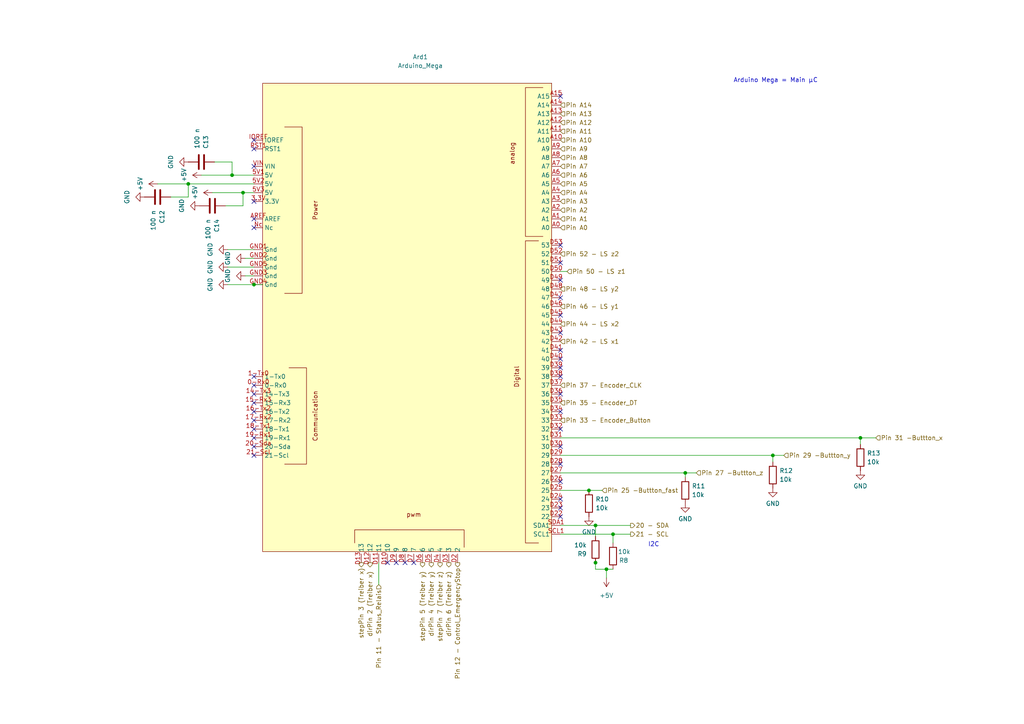
<source format=kicad_sch>
(kicad_sch (version 20231120) (generator "eeschema") (generator_version "8.0")
  (paper "A4")
  (lib_symbols
    (symbol "1_ProjectSpecific:Arduino_Mega"
      (property "Reference" "Ard1" (at 48.26 -6.35 0))
      (property "Value" "Arduino_Mega" (at 48.26 -8.89 0))
      (symbol "Arduino_Mega_0_0"
        (text "analog" (at 74.93 -34.29 900) (effects (font (size 1.27 1.27))))
        (text "Communication" (at 17.78 -110.49 900) (effects (font (size 1.27 1.27))))
        (text "Digital" (at 76.2 -99.06 900) (effects (font (size 1.27 1.27))))
        (text "Power" (at 17.78 -50.8 900) (effects (font (size 1.27 1.27))))
        (text "pwm" (at 46.355 -139.065 0) (effects (font (size 1.27 1.27))))
        (pin input line (at 0 -101.6 0) (length 2.54) (name "0-Rx0") (number "0-Rx0"))
        (pin input line (at 0 -99.06 0) (length 2.54) (name "1-Tx0") (number "1-Tx0"))
        (pin input line (at 0 -104.14 0) (length 2.54) (name "14-Tx3") (number "14-Tx3"))
        (pin input line (at 0 -106.68 0) (length 2.54) (name "15-Rx3") (number "15-Rx3"))
        (pin input line (at 0 -109.22 0) (length 2.54) (name "16-Tx2") (number "16-Tx2"))
        (pin input line (at 0 -111.76 0) (length 2.54) (name "17-Rx2") (number "17-Rx2"))
        (pin input line (at 0 -114.3 0) (length 2.54) (name "18-Tx1") (number "18-Tx1"))
        (pin input line (at 0 -116.84 0) (length 2.54) (name "19-Rx1") (number "19-Rx1"))
        (pin input line (at 0 -119.38 0) (length 2.54) (name "20-Sda") (number "20-Sda"))
        (pin input line (at 0 -121.92 0) (length 2.54) (name "21-Scl") (number "21-Scl"))
        (pin input line (at 0 -48.26 0) (length 2.54) (name "3.3V") (number "3.3V"))
        (pin input line (at 0 -40.64 0) (length 2.54) (name "5V") (number "5V1"))
        (pin input line (at 0 -43.18 0) (length 2.54) (name "5V") (number "5V2"))
        (pin input line (at 0 -45.72 0) (length 2.54) (name "5V") (number "5V3"))
        (pin input line (at 88.9 -55.88 180) (length 2.54) (name "A0") (number "A0"))
        (pin input line (at 88.9 -53.34 180) (length 2.54) (name "A1") (number "A1"))
        (pin input line (at 88.9 -30.48 180) (length 2.54) (name "A10") (number "A10"))
        (pin input line (at 88.9 -27.94 180) (length 2.54) (name "A11") (number "A11"))
        (pin input line (at 88.9 -25.4 180) (length 2.54) (name "A12") (number "A12"))
        (pin input line (at 88.9 -22.86 180) (length 2.54) (name "A13") (number "A13"))
        (pin input line (at 88.9 -20.32 180) (length 2.54) (name "A14") (number "A14"))
        (pin input line (at 88.9 -17.78 180) (length 2.54) (name "A15") (number "A15"))
        (pin input line (at 88.9 -50.8 180) (length 2.54) (name "A2") (number "A2"))
        (pin input line (at 88.9 -48.26 180) (length 2.54) (name "A3") (number "A3"))
        (pin input line (at 88.9 -45.72 180) (length 2.54) (name "A4") (number "A4"))
        (pin input line (at 88.9 -43.18 180) (length 2.54) (name "A5") (number "A5"))
        (pin input line (at 88.9 -40.64 180) (length 2.54) (name "A6") (number "A6"))
        (pin input line (at 88.9 -38.1 180) (length 2.54) (name "A7") (number "A7"))
        (pin input line (at 88.9 -35.56 180) (length 2.54) (name "A8") (number "A8"))
        (pin input line (at 88.9 -33.02 180) (length 2.54) (name "A9") (number "A9"))
        (pin input line (at 0 -53.34 0) (length 2.54) (name "AREF") (number "AREF"))
        (pin input line (at 38.735 -153.035 90) (length 2.54) (name "10") (number "D10"))
        (pin input line (at 36.195 -153.035 90) (length 2.54) (name "11") (number "D11"))
        (pin input line (at 33.655 -153.035 90) (length 2.54) (name "12") (number "D12"))
        (pin input line (at 31.115 -153.035 90) (length 2.54) (name "13") (number "D13"))
        (pin input line (at 59.055 -153.035 90) (length 2.54) (name "2") (number "D2"))
        (pin input line (at 88.9 -139.7 180) (length 2.54) (name "22") (number "D22"))
        (pin input line (at 88.9 -137.16 180) (length 2.54) (name "23") (number "D23"))
        (pin input line (at 88.9 -134.62 180) (length 2.54) (name "24") (number "D24"))
        (pin input line (at 88.9 -132.08 180) (length 2.54) (name "25") (number "D25"))
        (pin input line (at 88.9 -129.54 180) (length 2.54) (name "26") (number "D26"))
        (pin input line (at 88.9 -127 180) (length 2.54) (name "27") (number "D27"))
        (pin input line (at 88.9 -124.46 180) (length 2.54) (name "28") (number "D28"))
        (pin input line (at 88.9 -121.92 180) (length 2.54) (name "29") (number "D29"))
        (pin input line (at 56.515 -153.035 90) (length 2.54) (name "3") (number "D3"))
        (pin input line (at 88.9 -119.38 180) (length 2.54) (name "30") (number "D30"))
        (pin input line (at 88.9 -116.84 180) (length 2.54) (name "31") (number "D31"))
        (pin input line (at 88.9 -114.3 180) (length 2.54) (name "32") (number "D32"))
        (pin input line (at 88.9 -111.76 180) (length 2.54) (name "33") (number "D33"))
        (pin input line (at 88.9 -109.22 180) (length 2.54) (name "34") (number "D34"))
        (pin input line (at 88.9 -106.68 180) (length 2.54) (name "35") (number "D35"))
        (pin input line (at 88.9 -104.14 180) (length 2.54) (name "36") (number "D36"))
        (pin input line (at 88.9 -101.6 180) (length 2.54) (name "37") (number "D37"))
        (pin input line (at 88.9 -99.06 180) (length 2.54) (name "38") (number "D38"))
        (pin input line (at 88.9 -96.52 180) (length 2.54) (name "39") (number "D39"))
        (pin input line (at 53.975 -153.035 90) (length 2.54) (name "4") (number "D4"))
        (pin input line (at 88.9 -93.98 180) (length 2.54) (name "40") (number "D40"))
        (pin input line (at 88.9 -91.44 180) (length 2.54) (name "41") (number "D41"))
        (pin input line (at 88.9 -88.9 180) (length 2.54) (name "42") (number "D42"))
        (pin input line (at 88.9 -86.36 180) (length 2.54) (name "43") (number "D43"))
        (pin input line (at 88.9 -83.82 180) (length 2.54) (name "44") (number "D44"))
        (pin input line (at 88.9 -81.28 180) (length 2.54) (name "45") (number "D45"))
        (pin input line (at 88.9 -78.74 180) (length 2.54) (name "46") (number "D46"))
        (pin input line (at 88.9 -76.2 180) (length 2.54) (name "47") (number "D47"))
        (pin input line (at 88.9 -73.66 180) (length 2.54) (name "48") (number "D48"))
        (pin input line (at 88.9 -71.12 180) (length 2.54) (name "49") (number "D49"))
        (pin input line (at 51.435 -153.035 90) (length 2.54) (name "5") (number "D5"))
        (pin input line (at 88.9 -68.58 180) (length 2.54) (name "50") (number "D50"))
        (pin input line (at 88.9 -66.04 180) (length 2.54) (name "51") (number "D51"))
        (pin input line (at 88.9 -63.5 180) (length 2.54) (name "52") (number "D52"))
        (pin input line (at 88.9 -60.96 180) (length 2.54) (name "53") (number "D53"))
        (pin input line (at 48.895 -153.035 90) (length 2.54) (name "6") (number "D6"))
        (pin input line (at 46.355 -153.035 90) (length 2.54) (name "7") (number "D7"))
        (pin input line (at 43.815 -153.035 90) (length 2.54) (name "8") (number "D8"))
        (pin input line (at 41.275 -153.035 90) (length 2.54) (name "9") (number "D9"))
        (pin input line (at 0 -62.23 0) (length 2.54) (name "Gnd") (number "GND1"))
        (pin input line (at 0 -64.77 0) (length 2.54) (name "Gnd") (number "GND2"))
        (pin input line (at 0 -69.85 0) (length 2.54) (name "Gnd") (number "GND3"))
        (pin input line (at 0 -72.39 0) (length 2.54) (name "Gnd") (number "GND4"))
        (pin input line (at 0 -67.31 0) (length 2.54) (name "Gnd") (number "GND5"))
        (pin input line (at 0 -30.48 0) (length 2.54) (name "IOREF") (number "IOREF"))
        (pin input line (at 0 -55.88 0) (length 2.54) (name "Nc") (number "Nc"))
        (pin input line (at 0 -33.02 0) (length 2.54) (name "RST1") (number "RST1"))
        (pin input line (at 88.9 -144.78 180) (length 2.54) (name "SCL1") (number "SCL1"))
        (pin input line (at 88.9 -142.24 180) (length 2.54) (name "SDA1") (number "SDA1"))
        (pin input line (at 0 -38.1 0) (length 2.54) (name "VIN") (number "VIN"))
      )
      (symbol "Arduino_Mega_0_1"
        (polyline (pts (xy 8.89 -26.67) (xy 13.97 -26.67) (xy 13.97 -74.93) (xy 8.89 -74.93) (xy 12.7 -74.93)))
        (polyline (pts (xy 10.16 -96.52) (xy 15.24 -96.52) (xy 15.24 -124.46) (xy 8.89 -124.46) (xy 12.7 -124.46)))
        (polyline (pts (xy 29.21 -147.32) (xy 29.21 -143.51) (xy 60.96 -143.51) (xy 60.96 -148.59) (xy 60.96 -147.32)))
        (polyline (pts (xy 82.55 -59.69) (xy 78.74 -59.69) (xy 78.74 -142.24) (xy 78.74 -147.32) (xy 82.55 -147.32)))
        (polyline (pts (xy 83.82 -15.24) (xy 78.74 -15.24) (xy 78.74 -58.42) (xy 83.82 -58.42) (xy 81.28 -58.42)))
        (rectangle (start 2.54 -13.97) (end 86.36 -149.86) (fill (type background)))
      )
    )
    (symbol "Device:C" (pin_numbers hide) (pin_names (offset 0.254))
      (property "Reference" "C" (at 0.635 2.54 0))
      (property "Value" "C" (at 0.635 -2.54 0))
      (symbol "C_0_1"
        (polyline (pts (xy -2.032 -0.762) (xy 2.032 -0.762)) (stroke (width 0.508)))
        (polyline (pts (xy -2.032 0.762) (xy 2.032 0.762)) (stroke (width 0.508)))
      )
      (symbol "C_1_1"
        (pin passive line (at 0 3.81 270) (length 2.794) (name "~") (number "1"))
        (pin passive line (at 0 -3.81 90) (length 2.794) (name "~") (number "2"))
      )
    )
    (symbol "Device:R" (pin_numbers hide) (pin_names (offset 0))
      (property "Reference" "R" (at 2.032 0 90))
      (property "Value" "R" (at 0 0 90))
      (symbol "R_0_1"
        (rectangle (start -1.016 -2.54) (end 1.016 2.54) (stroke (width 0.254)))
      )
      (symbol "R_1_1"
        (pin passive line (at 0 3.81 270) (length 1.27) (name "~") (number "1"))
        (pin passive line (at 0 -3.81 90) (length 1.27) (name "~") (number "2"))
      )
    )
    (symbol "power:+5V" (power) (pin_names (offset 0))
      (property "Value" "+5V" (at 0 3.556 0))
      (symbol "+5V_0_1"
        (polyline (pts (xy -0.762 1.27) (xy 0 2.54)))
        (polyline (pts (xy 0 0) (xy 0 2.54)))
        (polyline (pts (xy 0 2.54) (xy 0.762 1.27)))
      )
      (symbol "+5V_1_1"
        (pin power_in line (at 0 0 90) (length 0) hide (name "+5V") (number "1"))
      )
    )
    (symbol "power:GND" (power) (pin_names (offset 0))
      (property "Value" "GND" (at 0 -3.81 0))
      (symbol "GND_0_1"
        (polyline (pts (xy 0 0) (xy 0 -1.27) (xy 1.27 -1.27) (xy 0 -2.54) (xy -1.27 -1.27) (xy 0 -1.27)))
      )
      (symbol "GND_1_1"
        (pin power_in line (at 0 0 270) (length 0) hide (name "GND") (number "1"))
      )
    )
  )
  (junction (at 224.155 132.08))
  (junction (at 170.815 142.24))
  (junction (at 198.755 137.16))
  (junction (at 177.8 154.94))
  (junction (at 249.555 127))
  (junction (at 172.72 152.4))
  (junction (at 73.66 82.55))
  (junction (at 175.895 165.1))
  (junction (at 70.485 55.88))
  (junction (at 67.31 50.8))
  (junction (at 172.72 163.195))
  (junction (at 54.61 53.34))
  (no_connect (at 73.66 63.5))
  (no_connect (at 162.56 101.6))
  (no_connect (at 162.56 91.44))
  (no_connect (at 162.56 96.52))
  (no_connect (at 162.56 81.28))
  (no_connect (at 162.56 86.36))
  (no_connect (at 162.56 71.12))
  (no_connect (at 162.56 76.2))
  (no_connect (at 162.56 27.94))
  (no_connect (at 162.56 106.68))
  (no_connect (at 73.66 40.64))
  (no_connect (at 73.66 43.18))
  (no_connect (at 162.56 104.14))
  (no_connect (at 162.56 109.22))
  (no_connect (at 162.56 114.3))
  (no_connect (at 162.56 139.7))
  (no_connect (at 162.56 147.32))
  (no_connect (at 162.56 144.78))
  (no_connect (at 162.56 149.86))
  (no_connect (at 162.56 119.38))
  (no_connect (at 162.56 124.46))
  (no_connect (at 162.56 129.54))
  (no_connect (at 162.56 134.62))
  (no_connect (at 73.66 132.08))
  (no_connect (at 73.66 129.54))
  (no_connect (at 73.66 58.42))
  (no_connect (at 73.66 66.04))
  (no_connect (at 73.66 48.26))
  (no_connect (at 114.935 163.195))
  (no_connect (at 112.395 163.195))
  (no_connect (at 73.66 127))
  (no_connect (at 73.66 109.22))
  (no_connect (at 73.66 111.76))
  (no_connect (at 73.66 114.3))
  (no_connect (at 73.66 116.84))
  (no_connect (at 73.66 119.38))
  (no_connect (at 73.66 121.92))
  (no_connect (at 73.66 124.46))
  (no_connect (at 117.475 163.195))
  (no_connect (at 120.015 163.195))
  (wire (pts (xy 54.61 53.34) (xy 54.61 57.15)))
  (wire (pts (xy 109.855 169.545) (xy 109.855 163.195)))
  (wire (pts (xy 224.155 132.08) (xy 224.155 133.985)))
  (wire (pts (xy 70.485 55.88) (xy 70.485 59.69)))
  (wire (pts (xy 249.555 127) (xy 162.56 127)))
  (wire (pts (xy 172.72 162.56) (xy 172.72 163.195)))
  (wire (pts (xy 70.485 55.88) (xy 61.595 55.88)))
  (wire (pts (xy 174.625 142.24) (xy 170.815 142.24)))
  (wire (pts (xy 73.66 53.34) (xy 54.61 53.34)))
  (wire (pts (xy 182.88 152.4) (xy 172.72 152.4)))
  (wire (pts (xy 67.31 50.8) (xy 67.31 46.99)))
  (wire (pts (xy 198.755 138.43) (xy 198.755 137.16)))
  (wire (pts (xy 172.72 163.195) (xy 172.72 165.1)))
  (wire (pts (xy 73.66 82.55) (xy 66.04 82.55)))
  (wire (pts (xy 198.755 137.16) (xy 162.56 137.16)))
  (wire (pts (xy 54.61 57.15) (xy 49.53 57.15)))
  (wire (pts (xy 70.485 59.69) (xy 65.405 59.69)))
  (wire (pts (xy 54.61 53.34) (xy 45.72 53.34)))
  (wire (pts (xy 67.31 46.99) (xy 62.23 46.99)))
  (wire (pts (xy 73.66 50.8) (xy 67.31 50.8)))
  (wire (pts (xy 170.815 142.24) (xy 162.56 142.24)))
  (wire (pts (xy 162.56 152.4) (xy 172.72 152.4)))
  (wire (pts (xy 175.895 167.64) (xy 175.895 165.1)))
  (wire (pts (xy 66.04 77.47) (xy 73.66 77.47)))
  (wire (pts (xy 67.31 50.8) (xy 58.42 50.8)))
  (wire (pts (xy 66.04 72.39) (xy 73.66 72.39)))
  (wire (pts (xy 71.12 80.01) (xy 73.66 80.01)))
  (wire (pts (xy 249.555 127) (xy 249.555 128.905)))
  (wire (pts (xy 76.2 82.55) (xy 73.66 82.55)))
  (wire (pts (xy 224.155 132.08) (xy 162.56 132.08)))
  (wire (pts (xy 177.8 154.94) (xy 182.88 154.94)))
  (wire (pts (xy 164.465 78.74) (xy 162.56 78.74)))
  (wire (pts (xy 175.895 165.1) (xy 177.8 165.1)))
  (wire (pts (xy 198.755 137.16) (xy 201.93 137.16)))
  (wire (pts (xy 177.8 154.94) (xy 177.8 157.48)))
  (wire (pts (xy 162.56 154.94) (xy 177.8 154.94)))
  (wire (pts (xy 172.72 165.1) (xy 175.895 165.1)))
  (wire (pts (xy 73.66 55.88) (xy 70.485 55.88)))
  (wire (pts (xy 172.72 152.4) (xy 172.72 155.575)))
  (wire (pts (xy 227.33 132.08) (xy 224.155 132.08)))
  (wire (pts (xy 254 127) (xy 249.555 127)))
  (wire (pts (xy 71.12 74.93) (xy 73.66 74.93)))
  (text "Arduino Mega = Main µC" (at 212.725 24.13 0) (effects (font (size 1.27 1.27)) (justify left bottom)))
  (text "I2C" (at 187.96 158.75 0) (effects (font (size 1.27 1.27)) (justify left bottom)))
  (hierarchical_label "Pin 52 - LS z2" (shape input) (at 162.56 73.66 0))
  (hierarchical_label "Pin 46 - LS y1" (shape input) (at 162.56 88.9 0))
  (hierarchical_label "Pin A11" (shape input) (at 162.56 38.1 0))
  (hierarchical_label "stepPin 7 (Treiber z) " (shape output) (at 127.635 163.195 270))
  (hierarchical_label "Pin 35 - Encoder_DT" (shape input) (at 162.56 116.84 0))
  (hierarchical_label "Pin 31 -Buttton_x" (shape input) (at 254 127 0))
  (hierarchical_label "Pin A10" (shape input) (at 162.56 40.64 0))
  (hierarchical_label "Pin A0" (shape input) (at 162.56 66.04 0))
  (hierarchical_label "Pin 29 -Buttton_y" (shape input) (at 227.33 132.08 0))
  (hierarchical_label "Pin A1" (shape input) (at 162.56 63.5 0))
  (hierarchical_label "Pin 44 - LS x2" (shape input) (at 162.56 93.98 0))
  (hierarchical_label "Pin A4" (shape input) (at 162.56 55.88 0))
  (hierarchical_label "21 - SCL" (shape output) (at 182.88 154.94 0))
  (hierarchical_label "Pin A14" (shape input) (at 162.56 30.48 0))
  (hierarchical_label "stepPin 3 (Treiber x)" (shape output) (at 104.775 163.195 270))
  (hierarchical_label "Pin A8" (shape input) (at 162.56 45.72 0))
  (hierarchical_label "Pin A6" (shape input) (at 162.56 50.8 0))
  (hierarchical_label "Pin A12" (shape input) (at 162.56 35.56 0))
  (hierarchical_label "dirPin 2 (Treiber x) " (shape output) (at 107.315 163.195 270))
  (hierarchical_label "Pin 27 -Buttton_z" (shape input) (at 201.93 137.16 0))
  (hierarchical_label "Pin 50 - LS z1" (shape input) (at 164.465 78.74 0))
  (hierarchical_label "20 - SDA" (shape output) (at 182.88 152.4 0))
  (hierarchical_label "stepPin 5 (Treiber y) " (shape output) (at 122.555 163.195 270))
  (hierarchical_label "Pin 33 - Encoder_Button" (shape input) (at 162.56 121.92 0))
  (hierarchical_label "Pin A2" (shape input) (at 162.56 60.96 0))
  (hierarchical_label "Pin 48 - LS y2" (shape input) (at 162.56 83.82 0))
  (hierarchical_label "Pin 12 - Control_EmergencyStop" (shape output) (at 132.715 163.195 270))
  (hierarchical_label "Pin 42 - LS x1" (shape input) (at 162.56 99.06 0))
  (hierarchical_label "dirPin 4 (Treiber y) " (shape output) (at 125.095 163.195 270))
  (hierarchical_label "dirPin 6 (Treiber z) " (shape output) (at 130.175 163.195 270))
  (hierarchical_label "Pin A3" (shape input) (at 162.56 58.42 0))
  (hierarchical_label "Pin A7" (shape input) (at 162.56 48.26 0))
  (hierarchical_label "Pin 37 - Encoder_CLK" (shape input) (at 162.56 111.76 0))
  (hierarchical_label "Pin A5" (shape input) (at 162.56 53.34 0))
  (hierarchical_label "Pin A13" (shape input) (at 162.56 33.02 0))
  (hierarchical_label "Pin 11 - Status_Relais" (shape input) (at 109.855 169.545 270))
  (hierarchical_label "Pin A9" (shape input) (at 162.56 43.18 0))
  (hierarchical_label "Pin 25 -Buttton_fast" (shape input) (at 174.625 142.24 0))
  (symbol (lib_id "power:+5V") (at 45.72 53.34 90) (unit 1)
    (property "Reference" "#PWR0176" (effects (hide yes)))
    (property "Value" "+5V" (at 40.64 53.34 0))
  )
  (symbol (lib_id "Device:R") (at 172.72 159.385 180) (unit 1)
    (property "Reference" "R9" (at 170.18 160.6551 0) (effects (justify left)))
    (property "Value" "10k" (at 170.18 158.1151 0) (effects (justify left)))
    (property "Footprint" "Resistor_SMD:R_1206_3216Metric_Pad1.30x1.75mm_HandSolder" (effects (hide yes)))
  )
  (symbol (lib_id "Device:R") (at 249.555 132.715 0) (unit 1)
    (property "Reference" "R13" (at 251.46 131.4449 0) (effects (justify left)))
    (property "Value" "10k" (at 251.46 133.9849 0) (effects (justify left)))
    (property "Footprint" "Resistor_SMD:R_1206_3216Metric_Pad1.30x1.75mm_HandSolder" (effects (hide yes)))
  )
  (symbol (lib_id "Device:R") (at 224.155 137.795 0) (unit 1)
    (property "Reference" "R12" (at 226.06 136.5249 0) (effects (justify left)))
    (property "Value" "10k" (at 226.06 139.0649 0) (effects (justify left)))
    (property "Footprint" "Resistor_SMD:R_1206_3216Metric_Pad1.30x1.75mm_HandSolder" (effects (hide yes)))
  )
  (symbol (lib_id "power:GND") (at 66.04 72.39 270) (unit 1)
    (property "Reference" "#PWR0174" (effects (hide yes)))
    (property "Value" "GND" (at 60.96 72.39 0))
  )
  (symbol (lib_id "Device:C") (at 61.595 59.69 270) (unit 1)
    (property "Reference" "C14" (at 62.8651 63.5 0) (effects (justify left)))
    (property "Value" "100 n" (at 60.3251 63.5 0) (effects (justify left)))
    (property "Footprint" "Capacitor_SMD:C_1206_3216Metric_Pad1.33x1.80mm_HandSolder" (effects (hide yes)))
  )
  (symbol (lib_id "1_ProjectSpecific:Arduino_Mega") (at 73.66 10.16 0) (unit 1)
    (property "Reference" "Ard1" (at 121.92 16.51 0))
    (property "Value" "Arduino_Mega" (at 121.92 19.05 0))
    (property "Footprint" "1_ProjectSpecific:Arduino-Mega" (effects (hide yes)))
  )
  (symbol (lib_id "power:+5V") (at 61.595 55.88 90) (unit 1)
    (property "Reference" "#PWR0169" (effects (hide yes)))
    (property "Value" "+5V" (at 56.515 55.88 0))
  )
  (symbol (lib_id "power:+5V") (at 58.42 50.8 90) (mirror x) (unit 1)
    (property "Reference" "#PWR0170" (effects (hide yes)))
    (property "Value" "+5V" (at 53.34 50.8 0))
  )
  (symbol (lib_id "Device:R") (at 170.815 146.05 0) (unit 1)
    (property "Reference" "R10" (at 172.72 144.7799 0) (effects (justify left)))
    (property "Value" "10k" (at 172.72 147.3199 0) (effects (justify left)))
    (property "Footprint" "Resistor_SMD:R_1206_3216Metric_Pad1.30x1.75mm_HandSolder" (effects (hide yes)))
  )
  (symbol (lib_id "Device:C") (at 45.72 57.15 270) (unit 1)
    (property "Reference" "C12" (at 46.9901 60.96 0) (effects (justify left)))
    (property "Value" "100 n" (at 44.4501 60.96 0) (effects (justify left)))
    (property "Footprint" "Capacitor_SMD:C_1206_3216Metric_Pad1.33x1.80mm_HandSolder" (effects (hide yes)))
  )
  (symbol (lib_id "power:GND") (at 170.815 149.86 0) (unit 1)
    (property "Reference" "#PWR0178" (effects (hide yes)))
    (property "Value" "GND" (at 170.815 154.305 0))
  )
  (symbol (lib_id "power:GND") (at 224.155 141.605 0) (unit 1)
    (property "Reference" "#PWR0167" (effects (hide yes)))
    (property "Value" "GND" (at 224.155 146.05 0))
  )
  (symbol (lib_id "power:GND") (at 71.12 80.01 270) (unit 1)
    (property "Reference" "#PWR0180" (effects (hide yes)))
    (property "Value" "GND" (at 66.04 80.01 0))
  )
  (symbol (lib_id "power:+5V") (at 175.895 167.64 180) (unit 1)
    (property "Reference" "#PWR0253" (effects (hide yes)))
    (property "Value" "+5V" (at 175.895 172.72 0))
  )
  (symbol (lib_id "power:GND") (at 41.91 57.15 270) (unit 1)
    (property "Reference" "#PWR0177" (effects (hide yes)))
    (property "Value" "GND" (at 36.83 57.15 0))
  )
  (symbol (lib_id "Device:C") (at 58.42 46.99 270) (mirror x) (unit 1)
    (property "Reference" "C13" (at 59.6901 43.18 0) (effects (justify left)))
    (property "Value" "100 n" (at 57.1501 43.18 0) (effects (justify left)))
    (property "Footprint" "Capacitor_SMD:C_1206_3216Metric_Pad1.33x1.80mm_HandSolder" (effects (hide yes)))
  )
  (symbol (lib_id "power:GND") (at 54.61 46.99 270) (mirror x) (unit 1)
    (property "Reference" "#PWR0171" (effects (hide yes)))
    (property "Value" "GND" (at 49.53 46.99 0))
  )
  (symbol (lib_id "Device:R") (at 198.755 142.24 0) (unit 1)
    (property "Reference" "R11" (at 200.66 140.9699 0) (effects (justify left)))
    (property "Value" "10k" (at 200.66 143.5099 0) (effects (justify left)))
    (property "Footprint" "Resistor_SMD:R_1206_3216Metric_Pad1.30x1.75mm_HandSolder" (effects (hide yes)))
  )
  (symbol (lib_id "power:GND") (at 249.555 136.525 0) (unit 1)
    (property "Reference" "#PWR0168" (effects (hide yes)))
    (property "Value" "GND" (at 249.555 140.97 0))
  )
  (symbol (lib_id "power:GND") (at 57.785 59.69 270) (unit 1)
    (property "Reference" "#PWR0172" (effects (hide yes)))
    (property "Value" "GND" (at 52.705 59.69 0))
  )
  (symbol (lib_id "power:GND") (at 66.04 77.47 270) (unit 1)
    (property "Reference" "#PWR0173" (effects (hide yes)))
    (property "Value" "GND" (at 60.96 77.47 0))
  )
  (symbol (lib_id "Device:R") (at 177.8 161.29 180) (unit 1)
    (property "Reference" "R8" (at 182.245 162.56 0) (effects (justify left)))
    (property "Value" "10k" (at 182.88 160.02 0) (effects (justify left)))
    (property "Footprint" "Resistor_SMD:R_1206_3216Metric_Pad1.30x1.75mm_HandSolder" (effects (hide yes)))
  )
  (symbol (lib_id "power:GND") (at 66.04 82.55 270) (unit 1)
    (property "Reference" "#PWR0181" (effects (hide yes)))
    (property "Value" "GND" (at 60.96 82.55 0))
  )
  (symbol (lib_id "power:GND") (at 71.12 74.93 270) (unit 1)
    (property "Reference" "#PWR0175" (effects (hide yes)))
    (property "Value" "GND" (at 66.04 74.93 0))
  )
  (symbol (lib_id "power:GND") (at 198.755 146.05 0) (unit 1)
    (property "Reference" "#PWR0179" (effects (hide yes)))
    (property "Value" "GND" (at 198.755 150.495 0))
  )
)
</source>
